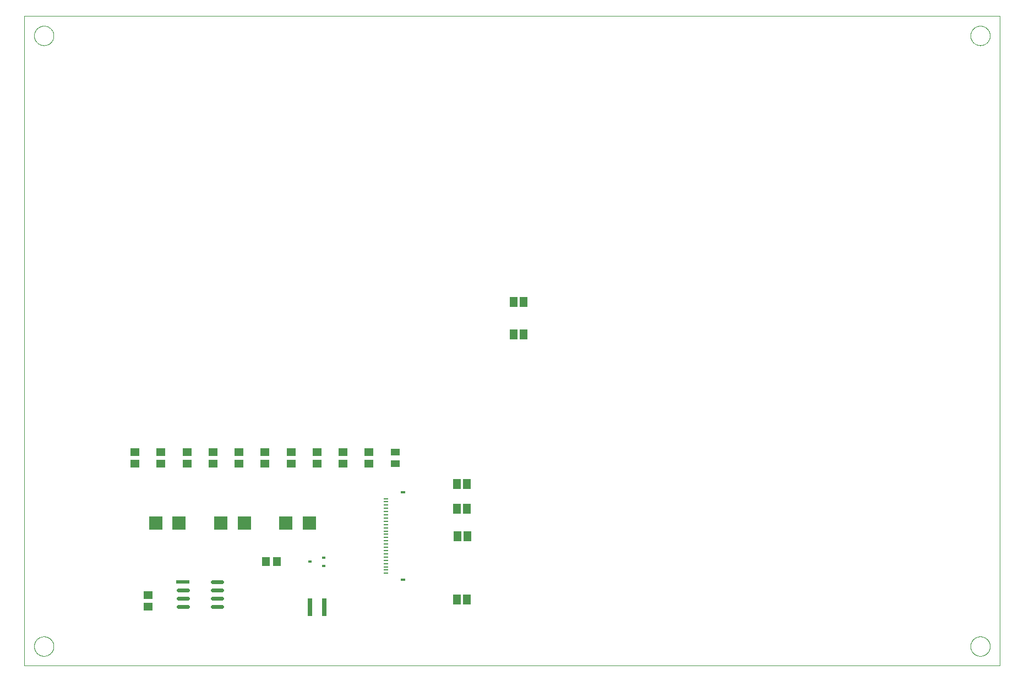
<source format=gtp>
G04 EAGLE Gerber RS-274X export*
G75*
%MOMM*%
%FSLAX34Y34*%
%LPD*%
%INSolder paste top*%
%IPPOS*%
%AMOC8*
5,1,8,0,0,1.08239X$1,22.5*%
G01*
%ADD10C,0.000000*%
%ADD11R,1.465300X1.164600*%
%ADD12R,2.000000X2.000000*%
%ADD13R,0.800000X2.700000*%
%ADD14R,0.600000X0.400000*%
%ADD15R,1.420200X1.031200*%
%ADD16R,2.065000X0.626000*%
%ADD17C,0.626000*%
%ADD18R,1.164600X1.465300*%
%ADD19R,1.168400X1.600200*%
%ADD20R,0.650000X0.250000*%
%ADD21R,0.800000X0.400000*%


D10*
X0Y0D02*
X1500000Y0D01*
X1500000Y1000000D01*
X0Y1000000D01*
X0Y0D01*
X15000Y30000D02*
X15005Y30368D01*
X15018Y30736D01*
X15041Y31103D01*
X15072Y31470D01*
X15113Y31836D01*
X15162Y32201D01*
X15221Y32564D01*
X15288Y32926D01*
X15364Y33287D01*
X15450Y33645D01*
X15543Y34001D01*
X15646Y34354D01*
X15757Y34705D01*
X15877Y35053D01*
X16005Y35398D01*
X16142Y35740D01*
X16287Y36079D01*
X16440Y36413D01*
X16602Y36744D01*
X16771Y37071D01*
X16949Y37393D01*
X17134Y37712D01*
X17327Y38025D01*
X17528Y38334D01*
X17736Y38637D01*
X17952Y38935D01*
X18175Y39228D01*
X18405Y39516D01*
X18642Y39798D01*
X18886Y40073D01*
X19136Y40343D01*
X19393Y40607D01*
X19657Y40864D01*
X19927Y41114D01*
X20202Y41358D01*
X20484Y41595D01*
X20772Y41825D01*
X21065Y42048D01*
X21363Y42264D01*
X21666Y42472D01*
X21975Y42673D01*
X22288Y42866D01*
X22607Y43051D01*
X22929Y43229D01*
X23256Y43398D01*
X23587Y43560D01*
X23921Y43713D01*
X24260Y43858D01*
X24602Y43995D01*
X24947Y44123D01*
X25295Y44243D01*
X25646Y44354D01*
X25999Y44457D01*
X26355Y44550D01*
X26713Y44636D01*
X27074Y44712D01*
X27436Y44779D01*
X27799Y44838D01*
X28164Y44887D01*
X28530Y44928D01*
X28897Y44959D01*
X29264Y44982D01*
X29632Y44995D01*
X30000Y45000D01*
X30368Y44995D01*
X30736Y44982D01*
X31103Y44959D01*
X31470Y44928D01*
X31836Y44887D01*
X32201Y44838D01*
X32564Y44779D01*
X32926Y44712D01*
X33287Y44636D01*
X33645Y44550D01*
X34001Y44457D01*
X34354Y44354D01*
X34705Y44243D01*
X35053Y44123D01*
X35398Y43995D01*
X35740Y43858D01*
X36079Y43713D01*
X36413Y43560D01*
X36744Y43398D01*
X37071Y43229D01*
X37393Y43051D01*
X37712Y42866D01*
X38025Y42673D01*
X38334Y42472D01*
X38637Y42264D01*
X38935Y42048D01*
X39228Y41825D01*
X39516Y41595D01*
X39798Y41358D01*
X40073Y41114D01*
X40343Y40864D01*
X40607Y40607D01*
X40864Y40343D01*
X41114Y40073D01*
X41358Y39798D01*
X41595Y39516D01*
X41825Y39228D01*
X42048Y38935D01*
X42264Y38637D01*
X42472Y38334D01*
X42673Y38025D01*
X42866Y37712D01*
X43051Y37393D01*
X43229Y37071D01*
X43398Y36744D01*
X43560Y36413D01*
X43713Y36079D01*
X43858Y35740D01*
X43995Y35398D01*
X44123Y35053D01*
X44243Y34705D01*
X44354Y34354D01*
X44457Y34001D01*
X44550Y33645D01*
X44636Y33287D01*
X44712Y32926D01*
X44779Y32564D01*
X44838Y32201D01*
X44887Y31836D01*
X44928Y31470D01*
X44959Y31103D01*
X44982Y30736D01*
X44995Y30368D01*
X45000Y30000D01*
X44995Y29632D01*
X44982Y29264D01*
X44959Y28897D01*
X44928Y28530D01*
X44887Y28164D01*
X44838Y27799D01*
X44779Y27436D01*
X44712Y27074D01*
X44636Y26713D01*
X44550Y26355D01*
X44457Y25999D01*
X44354Y25646D01*
X44243Y25295D01*
X44123Y24947D01*
X43995Y24602D01*
X43858Y24260D01*
X43713Y23921D01*
X43560Y23587D01*
X43398Y23256D01*
X43229Y22929D01*
X43051Y22607D01*
X42866Y22288D01*
X42673Y21975D01*
X42472Y21666D01*
X42264Y21363D01*
X42048Y21065D01*
X41825Y20772D01*
X41595Y20484D01*
X41358Y20202D01*
X41114Y19927D01*
X40864Y19657D01*
X40607Y19393D01*
X40343Y19136D01*
X40073Y18886D01*
X39798Y18642D01*
X39516Y18405D01*
X39228Y18175D01*
X38935Y17952D01*
X38637Y17736D01*
X38334Y17528D01*
X38025Y17327D01*
X37712Y17134D01*
X37393Y16949D01*
X37071Y16771D01*
X36744Y16602D01*
X36413Y16440D01*
X36079Y16287D01*
X35740Y16142D01*
X35398Y16005D01*
X35053Y15877D01*
X34705Y15757D01*
X34354Y15646D01*
X34001Y15543D01*
X33645Y15450D01*
X33287Y15364D01*
X32926Y15288D01*
X32564Y15221D01*
X32201Y15162D01*
X31836Y15113D01*
X31470Y15072D01*
X31103Y15041D01*
X30736Y15018D01*
X30368Y15005D01*
X30000Y15000D01*
X29632Y15005D01*
X29264Y15018D01*
X28897Y15041D01*
X28530Y15072D01*
X28164Y15113D01*
X27799Y15162D01*
X27436Y15221D01*
X27074Y15288D01*
X26713Y15364D01*
X26355Y15450D01*
X25999Y15543D01*
X25646Y15646D01*
X25295Y15757D01*
X24947Y15877D01*
X24602Y16005D01*
X24260Y16142D01*
X23921Y16287D01*
X23587Y16440D01*
X23256Y16602D01*
X22929Y16771D01*
X22607Y16949D01*
X22288Y17134D01*
X21975Y17327D01*
X21666Y17528D01*
X21363Y17736D01*
X21065Y17952D01*
X20772Y18175D01*
X20484Y18405D01*
X20202Y18642D01*
X19927Y18886D01*
X19657Y19136D01*
X19393Y19393D01*
X19136Y19657D01*
X18886Y19927D01*
X18642Y20202D01*
X18405Y20484D01*
X18175Y20772D01*
X17952Y21065D01*
X17736Y21363D01*
X17528Y21666D01*
X17327Y21975D01*
X17134Y22288D01*
X16949Y22607D01*
X16771Y22929D01*
X16602Y23256D01*
X16440Y23587D01*
X16287Y23921D01*
X16142Y24260D01*
X16005Y24602D01*
X15877Y24947D01*
X15757Y25295D01*
X15646Y25646D01*
X15543Y25999D01*
X15450Y26355D01*
X15364Y26713D01*
X15288Y27074D01*
X15221Y27436D01*
X15162Y27799D01*
X15113Y28164D01*
X15072Y28530D01*
X15041Y28897D01*
X15018Y29264D01*
X15005Y29632D01*
X15000Y30000D01*
X1455000Y30000D02*
X1455005Y30368D01*
X1455018Y30736D01*
X1455041Y31103D01*
X1455072Y31470D01*
X1455113Y31836D01*
X1455162Y32201D01*
X1455221Y32564D01*
X1455288Y32926D01*
X1455364Y33287D01*
X1455450Y33645D01*
X1455543Y34001D01*
X1455646Y34354D01*
X1455757Y34705D01*
X1455877Y35053D01*
X1456005Y35398D01*
X1456142Y35740D01*
X1456287Y36079D01*
X1456440Y36413D01*
X1456602Y36744D01*
X1456771Y37071D01*
X1456949Y37393D01*
X1457134Y37712D01*
X1457327Y38025D01*
X1457528Y38334D01*
X1457736Y38637D01*
X1457952Y38935D01*
X1458175Y39228D01*
X1458405Y39516D01*
X1458642Y39798D01*
X1458886Y40073D01*
X1459136Y40343D01*
X1459393Y40607D01*
X1459657Y40864D01*
X1459927Y41114D01*
X1460202Y41358D01*
X1460484Y41595D01*
X1460772Y41825D01*
X1461065Y42048D01*
X1461363Y42264D01*
X1461666Y42472D01*
X1461975Y42673D01*
X1462288Y42866D01*
X1462607Y43051D01*
X1462929Y43229D01*
X1463256Y43398D01*
X1463587Y43560D01*
X1463921Y43713D01*
X1464260Y43858D01*
X1464602Y43995D01*
X1464947Y44123D01*
X1465295Y44243D01*
X1465646Y44354D01*
X1465999Y44457D01*
X1466355Y44550D01*
X1466713Y44636D01*
X1467074Y44712D01*
X1467436Y44779D01*
X1467799Y44838D01*
X1468164Y44887D01*
X1468530Y44928D01*
X1468897Y44959D01*
X1469264Y44982D01*
X1469632Y44995D01*
X1470000Y45000D01*
X1470368Y44995D01*
X1470736Y44982D01*
X1471103Y44959D01*
X1471470Y44928D01*
X1471836Y44887D01*
X1472201Y44838D01*
X1472564Y44779D01*
X1472926Y44712D01*
X1473287Y44636D01*
X1473645Y44550D01*
X1474001Y44457D01*
X1474354Y44354D01*
X1474705Y44243D01*
X1475053Y44123D01*
X1475398Y43995D01*
X1475740Y43858D01*
X1476079Y43713D01*
X1476413Y43560D01*
X1476744Y43398D01*
X1477071Y43229D01*
X1477393Y43051D01*
X1477712Y42866D01*
X1478025Y42673D01*
X1478334Y42472D01*
X1478637Y42264D01*
X1478935Y42048D01*
X1479228Y41825D01*
X1479516Y41595D01*
X1479798Y41358D01*
X1480073Y41114D01*
X1480343Y40864D01*
X1480607Y40607D01*
X1480864Y40343D01*
X1481114Y40073D01*
X1481358Y39798D01*
X1481595Y39516D01*
X1481825Y39228D01*
X1482048Y38935D01*
X1482264Y38637D01*
X1482472Y38334D01*
X1482673Y38025D01*
X1482866Y37712D01*
X1483051Y37393D01*
X1483229Y37071D01*
X1483398Y36744D01*
X1483560Y36413D01*
X1483713Y36079D01*
X1483858Y35740D01*
X1483995Y35398D01*
X1484123Y35053D01*
X1484243Y34705D01*
X1484354Y34354D01*
X1484457Y34001D01*
X1484550Y33645D01*
X1484636Y33287D01*
X1484712Y32926D01*
X1484779Y32564D01*
X1484838Y32201D01*
X1484887Y31836D01*
X1484928Y31470D01*
X1484959Y31103D01*
X1484982Y30736D01*
X1484995Y30368D01*
X1485000Y30000D01*
X1484995Y29632D01*
X1484982Y29264D01*
X1484959Y28897D01*
X1484928Y28530D01*
X1484887Y28164D01*
X1484838Y27799D01*
X1484779Y27436D01*
X1484712Y27074D01*
X1484636Y26713D01*
X1484550Y26355D01*
X1484457Y25999D01*
X1484354Y25646D01*
X1484243Y25295D01*
X1484123Y24947D01*
X1483995Y24602D01*
X1483858Y24260D01*
X1483713Y23921D01*
X1483560Y23587D01*
X1483398Y23256D01*
X1483229Y22929D01*
X1483051Y22607D01*
X1482866Y22288D01*
X1482673Y21975D01*
X1482472Y21666D01*
X1482264Y21363D01*
X1482048Y21065D01*
X1481825Y20772D01*
X1481595Y20484D01*
X1481358Y20202D01*
X1481114Y19927D01*
X1480864Y19657D01*
X1480607Y19393D01*
X1480343Y19136D01*
X1480073Y18886D01*
X1479798Y18642D01*
X1479516Y18405D01*
X1479228Y18175D01*
X1478935Y17952D01*
X1478637Y17736D01*
X1478334Y17528D01*
X1478025Y17327D01*
X1477712Y17134D01*
X1477393Y16949D01*
X1477071Y16771D01*
X1476744Y16602D01*
X1476413Y16440D01*
X1476079Y16287D01*
X1475740Y16142D01*
X1475398Y16005D01*
X1475053Y15877D01*
X1474705Y15757D01*
X1474354Y15646D01*
X1474001Y15543D01*
X1473645Y15450D01*
X1473287Y15364D01*
X1472926Y15288D01*
X1472564Y15221D01*
X1472201Y15162D01*
X1471836Y15113D01*
X1471470Y15072D01*
X1471103Y15041D01*
X1470736Y15018D01*
X1470368Y15005D01*
X1470000Y15000D01*
X1469632Y15005D01*
X1469264Y15018D01*
X1468897Y15041D01*
X1468530Y15072D01*
X1468164Y15113D01*
X1467799Y15162D01*
X1467436Y15221D01*
X1467074Y15288D01*
X1466713Y15364D01*
X1466355Y15450D01*
X1465999Y15543D01*
X1465646Y15646D01*
X1465295Y15757D01*
X1464947Y15877D01*
X1464602Y16005D01*
X1464260Y16142D01*
X1463921Y16287D01*
X1463587Y16440D01*
X1463256Y16602D01*
X1462929Y16771D01*
X1462607Y16949D01*
X1462288Y17134D01*
X1461975Y17327D01*
X1461666Y17528D01*
X1461363Y17736D01*
X1461065Y17952D01*
X1460772Y18175D01*
X1460484Y18405D01*
X1460202Y18642D01*
X1459927Y18886D01*
X1459657Y19136D01*
X1459393Y19393D01*
X1459136Y19657D01*
X1458886Y19927D01*
X1458642Y20202D01*
X1458405Y20484D01*
X1458175Y20772D01*
X1457952Y21065D01*
X1457736Y21363D01*
X1457528Y21666D01*
X1457327Y21975D01*
X1457134Y22288D01*
X1456949Y22607D01*
X1456771Y22929D01*
X1456602Y23256D01*
X1456440Y23587D01*
X1456287Y23921D01*
X1456142Y24260D01*
X1456005Y24602D01*
X1455877Y24947D01*
X1455757Y25295D01*
X1455646Y25646D01*
X1455543Y25999D01*
X1455450Y26355D01*
X1455364Y26713D01*
X1455288Y27074D01*
X1455221Y27436D01*
X1455162Y27799D01*
X1455113Y28164D01*
X1455072Y28530D01*
X1455041Y28897D01*
X1455018Y29264D01*
X1455005Y29632D01*
X1455000Y30000D01*
X1455000Y970000D02*
X1455005Y970368D01*
X1455018Y970736D01*
X1455041Y971103D01*
X1455072Y971470D01*
X1455113Y971836D01*
X1455162Y972201D01*
X1455221Y972564D01*
X1455288Y972926D01*
X1455364Y973287D01*
X1455450Y973645D01*
X1455543Y974001D01*
X1455646Y974354D01*
X1455757Y974705D01*
X1455877Y975053D01*
X1456005Y975398D01*
X1456142Y975740D01*
X1456287Y976079D01*
X1456440Y976413D01*
X1456602Y976744D01*
X1456771Y977071D01*
X1456949Y977393D01*
X1457134Y977712D01*
X1457327Y978025D01*
X1457528Y978334D01*
X1457736Y978637D01*
X1457952Y978935D01*
X1458175Y979228D01*
X1458405Y979516D01*
X1458642Y979798D01*
X1458886Y980073D01*
X1459136Y980343D01*
X1459393Y980607D01*
X1459657Y980864D01*
X1459927Y981114D01*
X1460202Y981358D01*
X1460484Y981595D01*
X1460772Y981825D01*
X1461065Y982048D01*
X1461363Y982264D01*
X1461666Y982472D01*
X1461975Y982673D01*
X1462288Y982866D01*
X1462607Y983051D01*
X1462929Y983229D01*
X1463256Y983398D01*
X1463587Y983560D01*
X1463921Y983713D01*
X1464260Y983858D01*
X1464602Y983995D01*
X1464947Y984123D01*
X1465295Y984243D01*
X1465646Y984354D01*
X1465999Y984457D01*
X1466355Y984550D01*
X1466713Y984636D01*
X1467074Y984712D01*
X1467436Y984779D01*
X1467799Y984838D01*
X1468164Y984887D01*
X1468530Y984928D01*
X1468897Y984959D01*
X1469264Y984982D01*
X1469632Y984995D01*
X1470000Y985000D01*
X1470368Y984995D01*
X1470736Y984982D01*
X1471103Y984959D01*
X1471470Y984928D01*
X1471836Y984887D01*
X1472201Y984838D01*
X1472564Y984779D01*
X1472926Y984712D01*
X1473287Y984636D01*
X1473645Y984550D01*
X1474001Y984457D01*
X1474354Y984354D01*
X1474705Y984243D01*
X1475053Y984123D01*
X1475398Y983995D01*
X1475740Y983858D01*
X1476079Y983713D01*
X1476413Y983560D01*
X1476744Y983398D01*
X1477071Y983229D01*
X1477393Y983051D01*
X1477712Y982866D01*
X1478025Y982673D01*
X1478334Y982472D01*
X1478637Y982264D01*
X1478935Y982048D01*
X1479228Y981825D01*
X1479516Y981595D01*
X1479798Y981358D01*
X1480073Y981114D01*
X1480343Y980864D01*
X1480607Y980607D01*
X1480864Y980343D01*
X1481114Y980073D01*
X1481358Y979798D01*
X1481595Y979516D01*
X1481825Y979228D01*
X1482048Y978935D01*
X1482264Y978637D01*
X1482472Y978334D01*
X1482673Y978025D01*
X1482866Y977712D01*
X1483051Y977393D01*
X1483229Y977071D01*
X1483398Y976744D01*
X1483560Y976413D01*
X1483713Y976079D01*
X1483858Y975740D01*
X1483995Y975398D01*
X1484123Y975053D01*
X1484243Y974705D01*
X1484354Y974354D01*
X1484457Y974001D01*
X1484550Y973645D01*
X1484636Y973287D01*
X1484712Y972926D01*
X1484779Y972564D01*
X1484838Y972201D01*
X1484887Y971836D01*
X1484928Y971470D01*
X1484959Y971103D01*
X1484982Y970736D01*
X1484995Y970368D01*
X1485000Y970000D01*
X1484995Y969632D01*
X1484982Y969264D01*
X1484959Y968897D01*
X1484928Y968530D01*
X1484887Y968164D01*
X1484838Y967799D01*
X1484779Y967436D01*
X1484712Y967074D01*
X1484636Y966713D01*
X1484550Y966355D01*
X1484457Y965999D01*
X1484354Y965646D01*
X1484243Y965295D01*
X1484123Y964947D01*
X1483995Y964602D01*
X1483858Y964260D01*
X1483713Y963921D01*
X1483560Y963587D01*
X1483398Y963256D01*
X1483229Y962929D01*
X1483051Y962607D01*
X1482866Y962288D01*
X1482673Y961975D01*
X1482472Y961666D01*
X1482264Y961363D01*
X1482048Y961065D01*
X1481825Y960772D01*
X1481595Y960484D01*
X1481358Y960202D01*
X1481114Y959927D01*
X1480864Y959657D01*
X1480607Y959393D01*
X1480343Y959136D01*
X1480073Y958886D01*
X1479798Y958642D01*
X1479516Y958405D01*
X1479228Y958175D01*
X1478935Y957952D01*
X1478637Y957736D01*
X1478334Y957528D01*
X1478025Y957327D01*
X1477712Y957134D01*
X1477393Y956949D01*
X1477071Y956771D01*
X1476744Y956602D01*
X1476413Y956440D01*
X1476079Y956287D01*
X1475740Y956142D01*
X1475398Y956005D01*
X1475053Y955877D01*
X1474705Y955757D01*
X1474354Y955646D01*
X1474001Y955543D01*
X1473645Y955450D01*
X1473287Y955364D01*
X1472926Y955288D01*
X1472564Y955221D01*
X1472201Y955162D01*
X1471836Y955113D01*
X1471470Y955072D01*
X1471103Y955041D01*
X1470736Y955018D01*
X1470368Y955005D01*
X1470000Y955000D01*
X1469632Y955005D01*
X1469264Y955018D01*
X1468897Y955041D01*
X1468530Y955072D01*
X1468164Y955113D01*
X1467799Y955162D01*
X1467436Y955221D01*
X1467074Y955288D01*
X1466713Y955364D01*
X1466355Y955450D01*
X1465999Y955543D01*
X1465646Y955646D01*
X1465295Y955757D01*
X1464947Y955877D01*
X1464602Y956005D01*
X1464260Y956142D01*
X1463921Y956287D01*
X1463587Y956440D01*
X1463256Y956602D01*
X1462929Y956771D01*
X1462607Y956949D01*
X1462288Y957134D01*
X1461975Y957327D01*
X1461666Y957528D01*
X1461363Y957736D01*
X1461065Y957952D01*
X1460772Y958175D01*
X1460484Y958405D01*
X1460202Y958642D01*
X1459927Y958886D01*
X1459657Y959136D01*
X1459393Y959393D01*
X1459136Y959657D01*
X1458886Y959927D01*
X1458642Y960202D01*
X1458405Y960484D01*
X1458175Y960772D01*
X1457952Y961065D01*
X1457736Y961363D01*
X1457528Y961666D01*
X1457327Y961975D01*
X1457134Y962288D01*
X1456949Y962607D01*
X1456771Y962929D01*
X1456602Y963256D01*
X1456440Y963587D01*
X1456287Y963921D01*
X1456142Y964260D01*
X1456005Y964602D01*
X1455877Y964947D01*
X1455757Y965295D01*
X1455646Y965646D01*
X1455543Y965999D01*
X1455450Y966355D01*
X1455364Y966713D01*
X1455288Y967074D01*
X1455221Y967436D01*
X1455162Y967799D01*
X1455113Y968164D01*
X1455072Y968530D01*
X1455041Y968897D01*
X1455018Y969264D01*
X1455005Y969632D01*
X1455000Y970000D01*
X15000Y970000D02*
X15005Y970368D01*
X15018Y970736D01*
X15041Y971103D01*
X15072Y971470D01*
X15113Y971836D01*
X15162Y972201D01*
X15221Y972564D01*
X15288Y972926D01*
X15364Y973287D01*
X15450Y973645D01*
X15543Y974001D01*
X15646Y974354D01*
X15757Y974705D01*
X15877Y975053D01*
X16005Y975398D01*
X16142Y975740D01*
X16287Y976079D01*
X16440Y976413D01*
X16602Y976744D01*
X16771Y977071D01*
X16949Y977393D01*
X17134Y977712D01*
X17327Y978025D01*
X17528Y978334D01*
X17736Y978637D01*
X17952Y978935D01*
X18175Y979228D01*
X18405Y979516D01*
X18642Y979798D01*
X18886Y980073D01*
X19136Y980343D01*
X19393Y980607D01*
X19657Y980864D01*
X19927Y981114D01*
X20202Y981358D01*
X20484Y981595D01*
X20772Y981825D01*
X21065Y982048D01*
X21363Y982264D01*
X21666Y982472D01*
X21975Y982673D01*
X22288Y982866D01*
X22607Y983051D01*
X22929Y983229D01*
X23256Y983398D01*
X23587Y983560D01*
X23921Y983713D01*
X24260Y983858D01*
X24602Y983995D01*
X24947Y984123D01*
X25295Y984243D01*
X25646Y984354D01*
X25999Y984457D01*
X26355Y984550D01*
X26713Y984636D01*
X27074Y984712D01*
X27436Y984779D01*
X27799Y984838D01*
X28164Y984887D01*
X28530Y984928D01*
X28897Y984959D01*
X29264Y984982D01*
X29632Y984995D01*
X30000Y985000D01*
X30368Y984995D01*
X30736Y984982D01*
X31103Y984959D01*
X31470Y984928D01*
X31836Y984887D01*
X32201Y984838D01*
X32564Y984779D01*
X32926Y984712D01*
X33287Y984636D01*
X33645Y984550D01*
X34001Y984457D01*
X34354Y984354D01*
X34705Y984243D01*
X35053Y984123D01*
X35398Y983995D01*
X35740Y983858D01*
X36079Y983713D01*
X36413Y983560D01*
X36744Y983398D01*
X37071Y983229D01*
X37393Y983051D01*
X37712Y982866D01*
X38025Y982673D01*
X38334Y982472D01*
X38637Y982264D01*
X38935Y982048D01*
X39228Y981825D01*
X39516Y981595D01*
X39798Y981358D01*
X40073Y981114D01*
X40343Y980864D01*
X40607Y980607D01*
X40864Y980343D01*
X41114Y980073D01*
X41358Y979798D01*
X41595Y979516D01*
X41825Y979228D01*
X42048Y978935D01*
X42264Y978637D01*
X42472Y978334D01*
X42673Y978025D01*
X42866Y977712D01*
X43051Y977393D01*
X43229Y977071D01*
X43398Y976744D01*
X43560Y976413D01*
X43713Y976079D01*
X43858Y975740D01*
X43995Y975398D01*
X44123Y975053D01*
X44243Y974705D01*
X44354Y974354D01*
X44457Y974001D01*
X44550Y973645D01*
X44636Y973287D01*
X44712Y972926D01*
X44779Y972564D01*
X44838Y972201D01*
X44887Y971836D01*
X44928Y971470D01*
X44959Y971103D01*
X44982Y970736D01*
X44995Y970368D01*
X45000Y970000D01*
X44995Y969632D01*
X44982Y969264D01*
X44959Y968897D01*
X44928Y968530D01*
X44887Y968164D01*
X44838Y967799D01*
X44779Y967436D01*
X44712Y967074D01*
X44636Y966713D01*
X44550Y966355D01*
X44457Y965999D01*
X44354Y965646D01*
X44243Y965295D01*
X44123Y964947D01*
X43995Y964602D01*
X43858Y964260D01*
X43713Y963921D01*
X43560Y963587D01*
X43398Y963256D01*
X43229Y962929D01*
X43051Y962607D01*
X42866Y962288D01*
X42673Y961975D01*
X42472Y961666D01*
X42264Y961363D01*
X42048Y961065D01*
X41825Y960772D01*
X41595Y960484D01*
X41358Y960202D01*
X41114Y959927D01*
X40864Y959657D01*
X40607Y959393D01*
X40343Y959136D01*
X40073Y958886D01*
X39798Y958642D01*
X39516Y958405D01*
X39228Y958175D01*
X38935Y957952D01*
X38637Y957736D01*
X38334Y957528D01*
X38025Y957327D01*
X37712Y957134D01*
X37393Y956949D01*
X37071Y956771D01*
X36744Y956602D01*
X36413Y956440D01*
X36079Y956287D01*
X35740Y956142D01*
X35398Y956005D01*
X35053Y955877D01*
X34705Y955757D01*
X34354Y955646D01*
X34001Y955543D01*
X33645Y955450D01*
X33287Y955364D01*
X32926Y955288D01*
X32564Y955221D01*
X32201Y955162D01*
X31836Y955113D01*
X31470Y955072D01*
X31103Y955041D01*
X30736Y955018D01*
X30368Y955005D01*
X30000Y955000D01*
X29632Y955005D01*
X29264Y955018D01*
X28897Y955041D01*
X28530Y955072D01*
X28164Y955113D01*
X27799Y955162D01*
X27436Y955221D01*
X27074Y955288D01*
X26713Y955364D01*
X26355Y955450D01*
X25999Y955543D01*
X25646Y955646D01*
X25295Y955757D01*
X24947Y955877D01*
X24602Y956005D01*
X24260Y956142D01*
X23921Y956287D01*
X23587Y956440D01*
X23256Y956602D01*
X22929Y956771D01*
X22607Y956949D01*
X22288Y957134D01*
X21975Y957327D01*
X21666Y957528D01*
X21363Y957736D01*
X21065Y957952D01*
X20772Y958175D01*
X20484Y958405D01*
X20202Y958642D01*
X19927Y958886D01*
X19657Y959136D01*
X19393Y959393D01*
X19136Y959657D01*
X18886Y959927D01*
X18642Y960202D01*
X18405Y960484D01*
X18175Y960772D01*
X17952Y961065D01*
X17736Y961363D01*
X17528Y961666D01*
X17327Y961975D01*
X17134Y962288D01*
X16949Y962607D01*
X16771Y962929D01*
X16602Y963256D01*
X16440Y963587D01*
X16287Y963921D01*
X16142Y964260D01*
X16005Y964602D01*
X15877Y964947D01*
X15757Y965295D01*
X15646Y965646D01*
X15543Y965999D01*
X15450Y966355D01*
X15364Y966713D01*
X15288Y967074D01*
X15221Y967436D01*
X15162Y967799D01*
X15113Y968164D01*
X15072Y968530D01*
X15041Y968897D01*
X15018Y969264D01*
X15005Y969632D01*
X15000Y970000D01*
D11*
X450000Y328754D03*
X450000Y311246D03*
D12*
X402000Y220000D03*
X438000Y220000D03*
D13*
X439000Y90000D03*
X461000Y90000D03*
D14*
X460500Y153500D03*
X460500Y166500D03*
X439500Y160000D03*
D15*
X570000Y329195D03*
X570000Y310805D03*
D16*
X243790Y129050D03*
D17*
X236595Y116350D02*
X250985Y116350D01*
X250985Y103650D02*
X236595Y103650D01*
X236595Y90950D02*
X250985Y90950D01*
X289015Y90950D02*
X303405Y90950D01*
X303405Y103650D02*
X289015Y103650D01*
X289015Y116350D02*
X303405Y116350D01*
X303405Y129050D02*
X289015Y129050D01*
D11*
X490000Y328754D03*
X490000Y311246D03*
X290000Y328754D03*
X290000Y311246D03*
D18*
X371246Y160000D03*
X388754Y160000D03*
D11*
X190000Y91246D03*
X190000Y108754D03*
X410000Y311246D03*
X410000Y328754D03*
X370000Y311246D03*
X370000Y328754D03*
X330000Y311246D03*
X330000Y328754D03*
X250000Y311246D03*
X250000Y328754D03*
X210000Y311246D03*
X210000Y328754D03*
X170000Y311246D03*
X170000Y328754D03*
D12*
X302000Y220000D03*
X338000Y220000D03*
X202000Y220000D03*
X238000Y220000D03*
D19*
X681020Y199390D03*
X665780Y199390D03*
X665180Y101600D03*
X680420Y101600D03*
X665180Y279400D03*
X680420Y279400D03*
X665180Y241300D03*
X680420Y241300D03*
D20*
X556100Y197330D03*
X556100Y202330D03*
X556100Y207330D03*
X556100Y212330D03*
X556100Y217330D03*
X556100Y192330D03*
X556100Y187330D03*
X556100Y182330D03*
X556100Y177330D03*
X556100Y172330D03*
X556100Y167330D03*
X556100Y162330D03*
X556100Y157330D03*
X556100Y152330D03*
X556100Y147330D03*
X556100Y142330D03*
X556100Y222330D03*
X556100Y227330D03*
X556100Y232330D03*
X556100Y237330D03*
X556100Y242330D03*
X556100Y247330D03*
X556100Y252330D03*
X556100Y257330D03*
D21*
X581850Y132330D03*
X581850Y267330D03*
D11*
X530000Y328754D03*
X530000Y311246D03*
D19*
X752380Y510000D03*
X767620Y510000D03*
X752380Y560000D03*
X767620Y560000D03*
M02*

</source>
